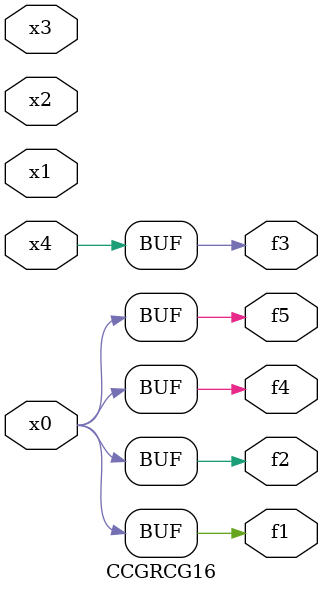
<source format=v>
module CCGRCG16(
	input x0, x1, x2, x3, x4,
	output f1, f2, f3, f4, f5
);
	assign f1 = x0;
	assign f2 = x0;
	assign f3 = x4;
	assign f4 = x0;
	assign f5 = x0;
endmodule

</source>
